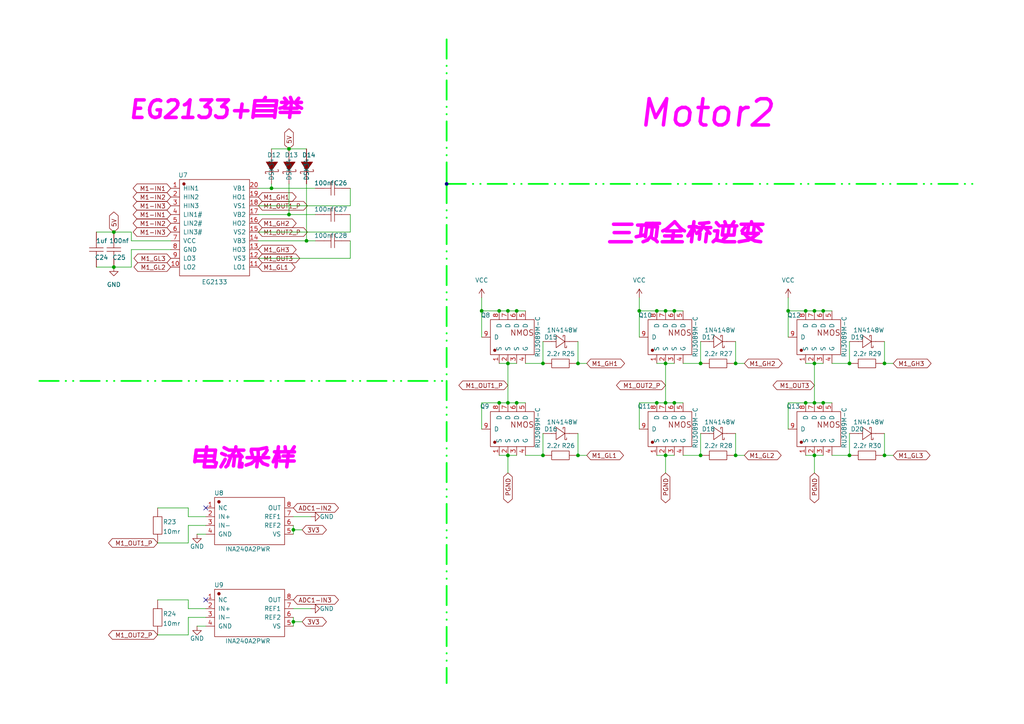
<source format=kicad_sch>
(kicad_sch (version 20250114) (generator "eeschema") (generator_version "9.0")
  (paper "A4")
  (title_block (title "Drive2") (date "2025-01-24") (rev "Dennis_Re_Yoonjiho"))
  (lib_symbols
    (symbol "Ts_Foc_Vo符号库:1N4148W" (pin_numbers (hide yes)) (pin_names (offset 1.016) (hide yes))
      (property "Reference" "D" (at -5.08 1.524 0))
      (property "Value" "1N4148W" (at 1.016 3.048 0))
      (symbol "1N4148W_1_1"
        (polyline (pts (xy -2.54 0) (xy -1.27 0)) (stroke (width 0.1524)))
        (polyline (pts (xy -1.27 -1.778) (xy 1.27 0) (xy -1.27 1.778) (xy -1.27 -1.778)) (stroke (width 0.1524)))
        (polyline (pts (xy 1.27 0) (xy 2.54 0)) (stroke (width 0.1524)))
        (polyline (pts (xy 1.778 -1.27) (xy 1.778 -1.778) (xy 1.27 -1.778) (xy 1.27 1.778) (xy 0.762 1.778) (xy 0.762 1.27)) (stroke (width 0.1524)))
        (pin input line (at -5.08 0 0) (length 2.54) (name "A") (number "1"))
        (pin input line (at 5.08 0 180) (length 2.54) (name "K") (number "2"))
      )
    )
    (symbol "Ts_Foc_Vo符号库:CAP" (pin_numbers (hide yes)) (pin_names (offset 1.016) (hide yes))
      (property "Reference" "C" (at -2.286 1.524 0))
      (property "Value" "Value" (at 3.81 1.524 0))
      (symbol "CAP_1_1"
        (polyline (pts (xy -0.508 0) (xy -2.54 0)) (stroke (width 0.1524)))
        (polyline (pts (xy -0.508 -2.032) (xy -0.508 2.032)) (stroke (width 0.1524)))
        (polyline (pts (xy 0.508 2.032) (xy 0.508 -2.032)) (stroke (width 0.1524)))
        (polyline (pts (xy 2.54 0) (xy 0.508 0)) (stroke (width 0.1524)))
        (pin input line (at -5.08 0 0) (length 2.54) (name "1") (number "1"))
        (pin input line (at 5.08 0 180) (length 2.54) (name "2") (number "2"))
      )
    )
    (symbol "Ts_Foc_Vo符号库:DSK34" (pin_numbers (hide yes)) (pin_names (offset 1.016) (hide yes))
      (property "Reference" "D" (at -4.064 1.778 0))
      (property "Value" "DSK34" (at 3.048 2.54 0))
      (symbol "DSK34_1_1"
        (polyline (pts (xy -2.032 1.524) (xy -2.032 1.778) (xy -1.524 1.778) (xy -1.524 -2.032) (xy -1.016 -2.032) (xy -1.016 -1.778)) (stroke (width 0.1524)))
        (polyline (pts (xy 1.27 1.524) (xy -1.27 0) (xy 1.27 -1.778) (xy 1.27 1.524)) (stroke (width 0.1524)) (fill (type outline)))
        (pin input line (at -5.08 0 0) (length 3.81) (name "K") (number "1"))
        (pin input line (at 5.08 0 180) (length 3.81) (name "A") (number "2"))
      )
    )
    (symbol "Ts_Foc_Vo符号库:EG2133" (pin_names (offset 1.016))
      (property "Reference" "U" (at -9.652 14.986 0))
      (property "Value" "EG2133" (at 1.524 15.494 0))
      (symbol "EG2133_1_1"
        (rectangle (start -10.16 13.97) (end 10.16 -13.97) (stroke (width 0.1524)))
        (circle (center -8.89 12.7) (radius 0.381) (stroke (width 0.1524)) (fill (type outline)))
        (pin input line (at -12.7 11.43 0) (length 2.54) (name "HIN1") (number "1"))
        (pin input line (at -12.7 8.89 0) (length 2.54) (name "HIN2") (number "2"))
        (pin input line (at -12.7 6.35 0) (length 2.54) (name "HIN3") (number "3"))
        (pin input line (at -12.7 3.81 0) (length 2.54) (name "LIN1#") (number "4"))
        (pin input line (at -12.7 1.27 0) (length 2.54) (name "LIN2#") (number "5"))
        (pin input line (at -12.7 -1.27 0) (length 2.54) (name "LIN3#") (number "6"))
        (pin input line (at -12.7 -3.81 0) (length 2.54) (name "VCC") (number "7"))
        (pin input line (at -12.7 -6.35 0) (length 2.54) (name "GND") (number "8"))
        (pin input line (at -12.7 -8.89 0) (length 2.54) (name "LO3") (number "9"))
        (pin input line (at -12.7 -11.43 0) (length 2.54) (name "LO2") (number "10"))
        (pin input line (at 12.7 11.43 180) (length 2.54) (name "VB1") (number "20"))
        (pin input line (at 12.7 8.89 180) (length 2.54) (name "HO1") (number "19"))
        (pin input line (at 12.7 6.35 180) (length 2.54) (name "VS1") (number "18"))
        (pin input line (at 12.7 3.81 180) (length 2.54) (name "VB2") (number "17"))
        (pin input line (at 12.7 1.27 180) (length 2.54) (name "HO2") (number "16"))
        (pin input line (at 12.7 -1.27 180) (length 2.54) (name "VS2") (number "15"))
        (pin input line (at 12.7 -3.81 180) (length 2.54) (name "VB3") (number "14"))
        (pin input line (at 12.7 -6.35 180) (length 2.54) (name "HO3") (number "13"))
        (pin input line (at 12.7 -8.89 180) (length 2.54) (name "VS3") (number "12"))
        (pin input line (at 12.7 -11.43 180) (length 2.54) (name "LO1") (number "11"))
      )
    )
    (symbol "Ts_Foc_Vo符号库:INA240A2PWR" (pin_names (offset 1.016))
      (property "Reference" "U" (at -9.906 8.128 0))
      (property "Value" "INA240A2PWR" (at 0.762 8.128 0))
      (symbol "INA240A2PWR_1_1"
        (rectangle (start -10.16 6.858) (end 10.16 -6.858) (stroke (width 0.1524)))
        (circle (center -8.89 5.588) (radius 0.381) (stroke (width 0.1524)) (fill (type outline)))
        (circle (center -8.89 5.588) (radius 0.381) (stroke (width 0.1524)) (fill (type outline)))
        (pin input line (at -12.7 3.81 0) (length 2.54) (name "NC") (number "1"))
        (pin input line (at -12.7 1.27 0) (length 2.54) (name "IN+") (number "2"))
        (pin input line (at -12.7 -1.27 0) (length 2.54) (name "IN-") (number "3"))
        (pin input line (at -12.7 -3.81 0) (length 2.54) (name "GND") (number "4"))
        (pin input line (at 12.7 3.81 180) (length 2.54) (name "OUT") (number "8"))
        (pin input line (at 12.7 1.27 180) (length 2.54) (name "REF1") (number "7"))
        (pin input line (at 12.7 -1.27 180) (length 2.54) (name "REF2") (number "6"))
        (pin input line (at 12.7 -3.81 180) (length 2.54) (name "VS") (number "5"))
      )
    )
    (symbol "Ts_Foc_Vo符号库:RES" (pin_numbers (hide yes)) (pin_names (offset 1.016) (hide yes))
      (property "Reference" "R" (at -2.286 2.032 0))
      (property "Value" "Value" (at 2.286 2.032 0))
      (symbol "RES_1_1"
        (rectangle (start -2.54 1.27) (end 2.54 -1.27) (stroke (width 0.1524)))
        (pin input line (at -5.08 0 0) (length 2.54) (name "1") (number "1"))
        (pin input line (at 5.08 0 180) (length 2.54) (name "2") (number "2"))
      )
    )
    (symbol "Ts_Foc_Vo符号库:RU3089M-C" (pin_names (offset 1.016))
      (property "Reference" "Q" (at -4.572 6.096 0))
      (property "Value" "RU3089M-C" (at 0.254 -8.89 0))
      (symbol "RU3089M-C_1_1"
        (rectangle (start -5.08 5.08) (end 5.08 -7.62) (stroke (width 0.1524)))
        (circle (center -3.81 3.81) (radius 0.381) (stroke (width 0.1524)) (fill (type outline)))
        (text "NMOS" (at 1.27 -7.62 900) (effects (font (size 1.6256 1.6256)) (justify left)))
        (pin input line (at -7.62 2.54 0) (length 2.54) (name "S") (number "1"))
        (pin input line (at -7.62 0 0) (length 2.54) (name "S") (number "2"))
        (pin input line (at -7.62 -2.54 0) (length 2.54) (name "S") (number "3"))
        (pin input line (at -7.62 -5.08 0) (length 2.54) (name "G") (number "4"))
        (pin input line (at 0 7.62 270) (length 2.54) (name "D") (number "9"))
        (pin input line (at 7.62 2.54 180) (length 2.54) (name "D") (number "8"))
        (pin input line (at 7.62 0 180) (length 2.54) (name "D") (number "7"))
        (pin input line (at 7.62 -2.54 180) (length 2.54) (name "D") (number "6"))
        (pin input line (at 7.62 -5.08 180) (length 2.54) (name "D") (number "5"))
      )
    )
    (symbol "power:GND" (power) (pin_numbers (hide yes)) (pin_names (offset 0) (hide yes))
      (property "Value" "GND" (at 0 -3.81 0))
      (symbol "GND_0_1"
        (polyline (pts (xy 0 0) (xy 0 -1.27) (xy 1.27 -1.27) (xy 0 -2.54) (xy -1.27 -1.27) (xy 0 -1.27)))
      )
      (symbol "GND_1_1"
        (pin power_in line (at 0 0 270) (length 0) (name "~") (number "1"))
      )
    )
    (symbol "power:VCC" (power) (pin_numbers (hide yes)) (pin_names (offset 0) (hide yes))
      (property "Value" "VCC" (at 0 3.556 0))
      (symbol "VCC_0_1"
        (polyline (pts (xy -0.762 1.27) (xy 0 2.54)))
        (polyline (pts (xy 0 2.54) (xy 0.762 1.27)))
        (polyline (pts (xy 0 0) (xy 0 2.54)))
      )
      (symbol "VCC_1_1"
        (pin power_in line (at 0 0 90) (length 0) (name "~") (number "1"))
      )
    )
  )
  (text "EG2133+自举" (exclude_from_sim yes) (at 62.738 32.004 0) (effects (font (size 5.08 5.08) (thickness 1.016) (bold yes) (italic yes))))
  (text "电流采样" (exclude_from_sim yes) (at 70.866 133.35 0) (effects (font (size 5.08 5.08) (thickness 1.016) (bold yes) (italic yes))))
  (text "三项全桥逆变" (exclude_from_sim yes) (at 198.882 68.072 0) (effects (font (size 5.08 5.08) (thickness 1.016) (bold yes) (italic yes))))
  (text "Motor2" (exclude_from_sim yes) (at 204.978 33.02 0) (effects (font (size 7.62 7.62) (thickness 1.016) (bold yes) (italic yes))))
  (junction (at 203.2 132.08))
  (junction (at 238.76 90.17))
  (junction (at 85.09 180.34))
  (junction (at 193.04 132.08))
  (junction (at 246.38 132.08))
  (junction (at 190.5 116.84))
  (junction (at 157.48 105.41))
  (junction (at 193.04 105.41))
  (junction (at 83.82 62.23))
  (junction (at 236.22 90.17))
  (junction (at 238.76 116.84))
  (junction (at 213.36 132.08))
  (junction (at 147.32 116.84))
  (junction (at 149.86 116.84))
  (junction (at 33.02 67.31))
  (junction (at 213.36 105.41))
  (junction (at 144.78 116.84))
  (junction (at 129.54 53.34))
  (junction (at 193.04 90.17))
  (junction (at 190.5 90.17))
  (junction (at 149.86 90.17))
  (junction (at 144.78 90.17))
  (junction (at 236.22 105.41))
  (junction (at 88.9 69.85))
  (junction (at 203.2 105.41))
  (junction (at 236.22 132.08))
  (junction (at 147.32 105.41))
  (junction (at 167.64 105.41))
  (junction (at 236.22 116.84))
  (junction (at 167.64 132.08))
  (junction (at 147.32 90.17))
  (junction (at 228.6 90.17))
  (junction (at 33.02 77.47))
  (junction (at 193.04 116.84))
  (junction (at 78.74 54.61))
  (junction (at 83.82 43.18))
  (junction (at 129.54 110.49) (diameter 0.127) (color 0 255 25 1))
  (junction (at 157.48 132.08))
  (junction (at 147.32 132.08))
  (junction (at 139.7 90.17))
  (junction (at 85.09 153.67))
  (junction (at 233.68 116.84))
  (junction (at 185.42 90.17))
  (junction (at 246.38 105.41))
  (junction (at 256.54 132.08))
  (junction (at 233.68 90.17))
  (junction (at 195.58 90.17))
  (junction (at 256.54 105.41))
  (junction (at 195.58 116.84))
  (no_connect (at 59.69 147.32))
  (no_connect (at 59.69 173.99))
  (wire (pts (xy 139.7 116.84) (xy 144.78 116.84)))
  (wire (pts (xy 59.69 176.53) (xy 54.61 176.53)))
  (bus (pts (xy 129.54 53.34) (xy 283.21 53.34)) (stroke (width 0.508) (type dash_dot_dot) (color 0 255 25 1)))
  (wire (pts (xy 241.3 132.08) (xy 246.38 132.08)))
  (wire (pts (xy 190.5 116.84) (xy 193.04 116.84)))
  (wire (pts (xy 144.78 116.84) (xy 147.32 116.84)))
  (wire (pts (xy 190.5 90.17) (xy 185.42 90.17)))
  (wire (pts (xy 144.78 132.08) (xy 147.32 132.08)))
  (wire (pts (xy 78.74 43.18) (xy 83.82 43.18)))
  (wire (pts (xy 139.7 90.17) (xy 139.7 97.79)))
  (bus (pts (xy 129.54 53.34) (xy 129.54 110.49)) (stroke (width 0.508) (type dash_dot_dot) (color 0 255 25 1)))
  (wire (pts (xy 45.72 157.48) (xy 54.61 157.48)))
  (wire (pts (xy 256.54 125.73) (xy 256.54 132.08)))
  (bus (pts (xy 129.54 110.49) (xy 129.54 198.12)) (stroke (width 0.508) (type dash_dot_dot) (color 0 255 25 1)))
  (wire (pts (xy 233.68 132.08) (xy 236.22 132.08)))
  (wire (pts (xy 139.7 124.46) (xy 139.7 116.84)))
  (wire (pts (xy 236.22 132.08) (xy 238.76 132.08)))
  (wire (pts (xy 57.15 154.94) (xy 59.69 154.94)))
  (wire (pts (xy 213.36 105.41) (xy 215.9 105.41)))
  (wire (pts (xy 49.53 72.39) (xy 38.1 72.39)))
  (wire (pts (xy 190.5 90.17) (xy 193.04 90.17)))
  (wire (pts (xy 185.42 124.46) (xy 185.42 116.84)))
  (wire (pts (xy 233.68 90.17) (xy 236.22 90.17)))
  (wire (pts (xy 87.63 153.67) (xy 85.09 153.67)))
  (wire (pts (xy 157.48 99.06) (xy 157.48 105.41)))
  (wire (pts (xy 147.32 116.84) (xy 149.86 116.84)))
  (wire (pts (xy 193.04 105.41) (xy 195.58 105.41)))
  (wire (pts (xy 27.94 67.31) (xy 33.02 67.31)))
  (wire (pts (xy 54.61 152.4) (xy 59.69 152.4)))
  (wire (pts (xy 101.6 54.61) (xy 101.6 59.69)))
  (wire (pts (xy 241.3 105.41) (xy 246.38 105.41)))
  (wire (pts (xy 246.38 99.06) (xy 246.38 105.41)))
  (wire (pts (xy 101.6 69.85) (xy 101.6 74.93)))
  (wire (pts (xy 213.36 99.06) (xy 213.36 105.41)))
  (wire (pts (xy 33.02 67.31) (xy 38.1 67.31)))
  (wire (pts (xy 167.64 99.06) (xy 167.64 105.41)))
  (wire (pts (xy 256.54 132.08) (xy 259.08 132.08)))
  (wire (pts (xy 185.42 116.84) (xy 190.5 116.84)))
  (wire (pts (xy 149.86 90.17) (xy 152.4 90.17)))
  (wire (pts (xy 78.74 53.34) (xy 78.74 54.61)))
  (wire (pts (xy 203.2 99.06) (xy 203.2 105.41)))
  (wire (pts (xy 88.9 53.34) (xy 88.9 69.85)))
  (wire (pts (xy 83.82 43.18) (xy 88.9 43.18)))
  (wire (pts (xy 193.04 132.08) (xy 195.58 132.08)))
  (wire (pts (xy 228.6 86.36) (xy 228.6 90.17)))
  (wire (pts (xy 236.22 90.17) (xy 238.76 90.17)))
  (wire (pts (xy 101.6 67.31) (xy 74.93 67.31)))
  (wire (pts (xy 54.61 157.48) (xy 54.61 152.4)))
  (wire (pts (xy 167.64 105.41) (xy 170.18 105.41)))
  (wire (pts (xy 228.6 90.17) (xy 228.6 97.79)))
  (wire (pts (xy 190.5 105.41) (xy 193.04 105.41)))
  (wire (pts (xy 185.42 90.17) (xy 185.42 97.79)))
  (wire (pts (xy 238.76 90.17) (xy 241.3 90.17)))
  (wire (pts (xy 144.78 90.17) (xy 147.32 90.17)))
  (wire (pts (xy 236.22 116.84) (xy 238.76 116.84)))
  (wire (pts (xy 85.09 180.34) (xy 85.09 181.61)))
  (wire (pts (xy 101.6 59.69) (xy 74.93 59.69)))
  (wire (pts (xy 147.32 90.17) (xy 149.86 90.17)))
  (wire (pts (xy 54.61 147.32) (xy 45.72 147.32)))
  (wire (pts (xy 193.04 90.17) (xy 195.58 90.17)))
  (wire (pts (xy 152.4 105.41) (xy 157.48 105.41)))
  (wire (pts (xy 57.15 181.61) (xy 59.69 181.61)))
  (wire (pts (xy 152.4 132.08) (xy 157.48 132.08)))
  (wire (pts (xy 54.61 173.99) (xy 45.72 173.99)))
  (wire (pts (xy 233.68 90.17) (xy 228.6 90.17)))
  (wire (pts (xy 203.2 125.73) (xy 203.2 132.08)))
  (wire (pts (xy 54.61 176.53) (xy 54.61 173.99)))
  (wire (pts (xy 54.61 179.07) (xy 59.69 179.07)))
  (wire (pts (xy 88.9 69.85) (xy 91.44 69.85)))
  (wire (pts (xy 167.64 132.08) (xy 170.18 132.08)))
  (wire (pts (xy 213.36 125.73) (xy 213.36 132.08)))
  (wire (pts (xy 157.48 125.73) (xy 157.48 132.08)))
  (wire (pts (xy 27.94 77.47) (xy 33.02 77.47)))
  (wire (pts (xy 74.93 54.61) (xy 78.74 54.61)))
  (wire (pts (xy 195.58 116.84) (xy 198.12 116.84)))
  (wire (pts (xy 78.74 54.61) (xy 91.44 54.61)))
  (wire (pts (xy 90.17 176.53) (xy 85.09 176.53)))
  (wire (pts (xy 233.68 116.84) (xy 236.22 116.84)))
  (wire (pts (xy 236.22 105.41) (xy 238.76 105.41)))
  (bus (pts (xy 129.54 11.43) (xy 129.54 53.34)) (stroke (width 0.508) (type dash_dot_dot) (color 0 255 25 1)))
  (wire (pts (xy 45.72 184.15) (xy 54.61 184.15)))
  (bus (pts (xy 11.43 110.49) (xy 129.54 110.49)) (stroke (width 0.508) (type dash_dot_dot) (color 0 255 25 1)))
  (wire (pts (xy 198.12 105.41) (xy 203.2 105.41)))
  (wire (pts (xy 38.1 77.47) (xy 33.02 77.47)))
  (wire (pts (xy 85.09 179.07) (xy 85.09 180.34)))
  (wire (pts (xy 59.69 149.86) (xy 54.61 149.86)))
  (wire (pts (xy 74.93 69.85) (xy 88.9 69.85)))
  (wire (pts (xy 85.09 152.4) (xy 85.09 153.67)))
  (wire (pts (xy 147.32 105.41) (xy 147.32 116.84)))
  (wire (pts (xy 246.38 125.73) (xy 246.38 132.08)))
  (wire (pts (xy 90.17 149.86) (xy 85.09 149.86)))
  (wire (pts (xy 38.1 72.39) (xy 38.1 77.47)))
  (wire (pts (xy 139.7 86.36) (xy 139.7 90.17)))
  (wire (pts (xy 238.76 116.84) (xy 241.3 116.84)))
  (wire (pts (xy 101.6 74.93) (xy 74.93 74.93)))
  (wire (pts (xy 144.78 90.17) (xy 139.7 90.17)))
  (wire (pts (xy 144.78 105.41) (xy 147.32 105.41)))
  (wire (pts (xy 195.58 90.17) (xy 198.12 90.17)))
  (wire (pts (xy 198.12 132.08) (xy 203.2 132.08)))
  (wire (pts (xy 38.1 67.31) (xy 38.1 69.85)))
  (wire (pts (xy 74.93 62.23) (xy 83.82 62.23)))
  (wire (pts (xy 147.32 137.16) (xy 147.32 132.08)))
  (wire (pts (xy 85.09 153.67) (xy 85.09 154.94)))
  (wire (pts (xy 193.04 105.41) (xy 193.04 116.84)))
  (wire (pts (xy 147.32 132.08) (xy 149.86 132.08)))
  (wire (pts (xy 167.64 125.73) (xy 167.64 132.08)))
  (wire (pts (xy 54.61 149.86) (xy 54.61 147.32)))
  (wire (pts (xy 256.54 105.41) (xy 259.08 105.41)))
  (wire (pts (xy 149.86 116.84) (xy 152.4 116.84)))
  (wire (pts (xy 147.32 105.41) (xy 149.86 105.41)))
  (wire (pts (xy 228.6 116.84) (xy 233.68 116.84)))
  (wire (pts (xy 190.5 132.08) (xy 193.04 132.08)))
  (wire (pts (xy 83.82 62.23) (xy 91.44 62.23)))
  (wire (pts (xy 233.68 105.41) (xy 236.22 105.41)))
  (wire (pts (xy 87.63 180.34) (xy 85.09 180.34)))
  (wire (pts (xy 83.82 53.34) (xy 83.82 62.23)))
  (wire (pts (xy 193.04 137.16) (xy 193.04 132.08)))
  (wire (pts (xy 236.22 105.41) (xy 236.22 116.84)))
  (wire (pts (xy 236.22 137.16) (xy 236.22 132.08)))
  (wire (pts (xy 213.36 132.08) (xy 215.9 132.08)))
  (wire (pts (xy 101.6 62.23) (xy 101.6 67.31)))
  (wire (pts (xy 38.1 69.85) (xy 49.53 69.85)))
  (wire (pts (xy 185.42 86.36) (xy 185.42 90.17)))
  (wire (pts (xy 193.04 116.84) (xy 195.58 116.84)))
  (wire (pts (xy 228.6 124.46) (xy 228.6 116.84)))
  (wire (pts (xy 54.61 184.15) (xy 54.61 179.07)))
  (wire (pts (xy 256.54 99.06) (xy 256.54 105.41)))
  (global_label "M1_GL1" (shape bidirectional) (at 74.93 77.47 0) (property "Intersheetrefs" "${INTERSHEET_REFS}" (effects (hide yes))))
  (global_label "M1-IN3" (shape bidirectional) (at 49.53 67.31 180) (property "Intersheetrefs" "${INTERSHEET_REFS}" (effects (hide yes))))
  (global_label "M1_OUT2_P" (shape bidirectional) (at 45.72 184.15 180) (property "Intersheetrefs" "${INTERSHEET_REFS}" (effects (hide yes))))
  (global_label "M1-IN2" (shape bidirectional) (at 49.53 64.77 180) (property "Intersheetrefs" "${INTERSHEET_REFS}" (effects (hide yes))))
  (global_label "ADC1-IN2" (shape bidirectional) (at 85.09 147.32 0) (property "Intersheetrefs" "${INTERSHEET_REFS}" (effects (hide yes))))
  (global_label "M1_GH3" (shape bidirectional) (at 259.08 105.41 0) (property "Intersheetrefs" "${INTERSHEET_REFS}" (effects (hide yes))))
  (global_label "M1_OUT2_P" (shape bidirectional) (at 74.93 67.31 0) (property "Intersheetrefs" "${INTERSHEET_REFS}" (effects (hide yes))))
  (global_label "M1-IN1" (shape bidirectional) (at 49.53 62.23 180) (property "Intersheetrefs" "${INTERSHEET_REFS}" (effects (hide yes))))
  (global_label "M1_GH2" (shape bidirectional) (at 74.93 64.77 0) (property "Intersheetrefs" "${INTERSHEET_REFS}" (effects (hide yes))))
  (global_label "3V3" (shape bidirectional) (at 87.63 180.34 0) (property "Intersheetrefs" "${INTERSHEET_REFS}" (effects (hide yes))))
  (global_label "PGND" (shape bidirectional) (at 147.32 137.16 270) (property "Intersheetrefs" "${INTERSHEET_REFS}" (effects (hide yes))))
  (global_label "PGND" (shape bidirectional) (at 236.22 137.16 270) (property "Intersheetrefs" "${INTERSHEET_REFS}" (effects (hide yes))))
  (global_label "ADC1-IN3" (shape bidirectional) (at 85.09 173.99 0) (property "Intersheetrefs" "${INTERSHEET_REFS}" (effects (hide yes))))
  (global_label "3V3" (shape bidirectional) (at 87.63 153.67 0) (property "Intersheetrefs" "${INTERSHEET_REFS}" (effects (hide yes))))
  (global_label "5V" (shape bidirectional) (at 33.02 67.31 90) (property "Intersheetrefs" "${INTERSHEET_REFS}" (effects (hide yes))))
  (global_label "M1_GL3" (shape bidirectional) (at 259.08 132.08 0) (property "Intersheetrefs" "${INTERSHEET_REFS}" (effects (hide yes))))
  (global_label "M1-IN1" (shape bidirectional) (at 49.53 54.61 180) (property "Intersheetrefs" "${INTERSHEET_REFS}" (effects (hide yes))))
  (global_label "M1_GL3" (shape bidirectional) (at 49.53 74.93 180) (property "Intersheetrefs" "${INTERSHEET_REFS}" (effects (hide yes))))
  (global_label "PGND" (shape bidirectional) (at 193.04 137.16 270) (property "Intersheetrefs" "${INTERSHEET_REFS}" (effects (hide yes))))
  (global_label "M1_OUT1_P" (shape bidirectional) (at 147.32 111.76 180) (property "Intersheetrefs" "${INTERSHEET_REFS}" (effects (hide yes))))
  (global_label "M1_OUT1_P" (shape bidirectional) (at 45.72 157.48 180) (property "Intersheetrefs" "${INTERSHEET_REFS}" (effects (hide yes))))
  (global_label "M1_OUT3" (shape bidirectional) (at 236.22 111.76 180) (property "Intersheetrefs" "${INTERSHEET_REFS}" (effects (hide yes))))
  (global_label "M1-IN3" (shape bidirectional) (at 49.53 59.69 180) (property "Intersheetrefs" "${INTERSHEET_REFS}" (effects (hide yes))))
  (global_label "M1_GL1" (shape bidirectional) (at 170.18 132.08 0) (property "Intersheetrefs" "${INTERSHEET_REFS}" (effects (hide yes))))
  (global_label "M1_OUT2_P" (shape bidirectional) (at 193.04 111.76 180) (property "Intersheetrefs" "${INTERSHEET_REFS}" (effects (hide yes))))
  (global_label "M1-IN2" (shape bidirectional) (at 49.53 57.15 180) (property "Intersheetrefs" "${INTERSHEET_REFS}" (effects (hide yes))))
  (global_label "M1_GH1" (shape bidirectional) (at 170.18 105.41 0) (property "Intersheetrefs" "${INTERSHEET_REFS}" (effects (hide yes))))
  (global_label "M1_OUT1_P" (shape bidirectional) (at 74.93 59.69 0) (property "Intersheetrefs" "${INTERSHEET_REFS}" (effects (hide yes))))
  (global_label "5V" (shape bidirectional) (at 83.82 43.18 90) (property "Intersheetrefs" "${INTERSHEET_REFS}" (effects (hide yes))))
  (global_label "M1_GL2" (shape bidirectional) (at 215.9 132.08 0) (property "Intersheetrefs" "${INTERSHEET_REFS}" (effects (hide yes))))
  (global_label "M1_OUT3" (shape bidirectional) (at 74.93 74.93 0) (property "Intersheetrefs" "${INTERSHEET_REFS}" (effects (hide yes))))
  (global_label "M1_GH2" (shape bidirectional) (at 215.9 105.41 0) (property "Intersheetrefs" "${INTERSHEET_REFS}" (effects (hide yes))))
  (global_label "M1_GL2" (shape bidirectional) (at 49.53 77.47 180) (property "Intersheetrefs" "${INTERSHEET_REFS}" (effects (hide yes))))
  (global_label "M1_GH3" (shape bidirectional) (at 74.93 72.39 0) (property "Intersheetrefs" "${INTERSHEET_REFS}" (effects (hide yes))))
  (global_label "M1_GH1" (shape bidirectional) (at 74.93 57.15 0) (property "Intersheetrefs" "${INTERSHEET_REFS}" (effects (hide yes))))
  (symbol (lib_id "Ts_Foc_Vo符号库:INA240A2PWR") (at 72.39 151.13 0) (unit 1)
    (property "Reference" "U8" (at 63.5 143.002 0))
    (property "Value" "INA240A2PWR" (at 71.882 159.258 0))
    (property "Footprint" "Ts_Foc_Vo封装库:INA240A2PWR_TSSOP-8" (effects (hide yes)))
    (property "Datasheet" "http://www.szlcsc.com/product/details_141236.html" (effects (hide yes)))
    (property "SuppliersPartNumber" "C129949" (effects (hide yes)))
    (property "uuid" "std:dbcaa12a6f174e2384008bee47427f39" (effects (hide yes)))
  )
  (symbol (lib_id "power:VCC") (at 228.6 86.36 0) (unit 1)
    (property "Reference" "#PWR033" (effects (hide yes)))
    (property "Value" "VCC" (at 228.6 81.28 0))
    (property "Description" "Power symbol creates a global label with name \"VCC\"" (effects (hide yes)))
  )
  (symbol (lib_id "Ts_Foc_Vo符号库:DSK34") (at 83.82 48.26 90) (unit 1)
    (property "Reference" "D13" (at 82.55 44.958 90) (effects (justify right)))
    (property "Value" "DSK34" (at 83.82 45.974 0) (effects (justify right)))
    (property "Footprint" "Ts_Foc_Vo封装库:DSK_34_SOD-123" (effects (hide yes)))
    (property "Datasheet" "http://www.szlcsc.com/product/details_42013.html" (effects (hide yes)))
    (property "SuppliersPartNumber" "C41029" (effects (hide yes)))
    (property "uuid" "std:903b54571892a6e30fa8884d00bf870c" (effects (hide yes)))
  )
  (symbol (lib_id "Ts_Foc_Vo符号库:RU3089M-C") (at 193.04 124.46 90) (unit 1)
    (property "Reference" "Q11" (at 184.912 117.856 90) (effects (justify right)))
    (property "Value" "RU3089M-C" (at 201.676 118.11 0) (effects (justify right)))
    (property "Footprint" "Ts_Foc_Vo封装库:RU3089M-C_PQFN-8" (effects (hide yes)))
    (property "Datasheet" "http://www.szlcsc.com/product/details_539374.html" (effects (hide yes)))
    (property "SuppliersPartNumber" "C521551" (effects (hide yes)))
    (property "uuid" "std:eaed6c6dee514a1b9b59ef9944d5e1b5" (effects (hide yes)))
  )
  (symbol (lib_id "Ts_Foc_Vo符号库:RU3089M-C") (at 193.04 97.79 90) (unit 1)
    (property "Reference" "Q10" (at 185.166 91.44 90) (effects (justify right)))
    (property "Value" "RU3089M-C" (at 201.676 91.694 0) (effects (justify right)))
    (property "Footprint" "Ts_Foc_Vo封装库:RU3089M-C_PQFN-8" (effects (hide yes)))
    (property "Datasheet" "http://www.szlcsc.com/product/details_539374.html" (effects (hide yes)))
    (property "SuppliersPartNumber" "C521551" (effects (hide yes)))
    (property "uuid" "std:eaed6c6dee514a1b9b59ef9944d5e1b5" (effects (hide yes)))
  )
  (symbol (lib_id "Ts_Foc_Vo符号库:EG2133") (at 62.23 66.04 0) (unit 1)
    (property "Reference" "U7" (at 53.086 50.8 0))
    (property "Value" "EG2133" (at 62.23 81.788 0))
    (property "Footprint" "Ts_Foc_Vo封装库:EG2133_TSSOP" (effects (hide yes)))
    (property "Datasheet" "http://www.szlcsc.com/product/details_210302.html" (effects (hide yes)))
    (property "SuppliersPartNumber" "C190343" (effects (hide yes)))
    (property "uuid" "std:82a7a7bdfd1b4a9494bc5f3b5bda1d75" (effects (hide yes)))
  )
  (symbol (lib_id "Ts_Foc_Vo符号库:CAP") (at 96.52 54.61 180) (unit 1)
    (property "Reference" "C26" (at 98.806 53.086 0))
    (property "Value" "100nf" (at 93.98 53.086 0))
    (property "Footprint" "Ts_Foc_Vo封装库:CAP_0402" (effects (hide yes)))
    (property "Datasheet" "http://www.szlcsc.com/product/details_602003.html" (effects (hide yes)))
    (property "SuppliersPartNumber" "C575438" (effects (hide yes)))
    (property "uuid" "std:0b682b3549a44c2f91624e74dc370f45" (effects (hide yes)))
  )
  (symbol (lib_id "Ts_Foc_Vo符号库:INA240A2PWR") (at 72.39 177.8 0) (unit 1)
    (property "Reference" "U9" (at 63.5 169.672 0))
    (property "Value" "INA240A2PWR" (at 71.882 185.928 0))
    (property "Footprint" "Ts_Foc_Vo封装库:INA240A2PWR_TSSOP-8" (effects (hide yes)))
    (property "Datasheet" "http://www.szlcsc.com/product/details_141236.html" (effects (hide yes)))
    (property "SuppliersPartNumber" "C129949" (effects (hide yes)))
    (property "uuid" "std:dbcaa12a6f174e2384008bee47427f39" (effects (hide yes)))
  )
  (symbol (lib_id "power:GND") (at 33.02 77.47 0) (unit 1)
    (property "Reference" "#PWR026" (effects (hide yes)))
    (property "Value" "GND" (at 33.02 82.55 0))
    (property "Description" "Power symbol creates a global label with name \"GND\" , ground" (effects (hide yes)))
  )
  (symbol (lib_id "Ts_Foc_Vo符号库:CAP") (at 33.02 72.39 90) (unit 1)
    (property "Reference" "C25" (at 34.544 74.676 90))
    (property "Value" "100nf" (at 34.544 69.85 90))
    (property "Footprint" "Ts_Foc_Vo封装库:CAP_0402" (effects (hide yes)))
    (property "Datasheet" "http://www.szlcsc.com/product/details_602003.html" (effects (hide yes)))
    (property "SuppliersPartNumber" "C575438" (effects (hide yes)))
    (property "uuid" "std:0b682b3549a44c2f91624e74dc370f45" (effects (hide yes)))
  )
  (symbol (lib_id "Ts_Foc_Vo符号库:RES") (at 251.46 132.08 0) (unit 1)
    (property "Reference" "R30" (at 253.746 129.286 0))
    (property "Value" "2.2r" (at 249.428 129.286 0))
    (property "Footprint" "Ts_Foc_Vo封装库:Res_0402" (effects (hide yes)))
    (property "SuppliersPartNumber" "C5200633" (effects (hide yes)))
    (property "uuid" "std:0c78b8f437b74d4badbc2695159e48f2" (effects (hide yes)))
  )
  (symbol (lib_id "Ts_Foc_Vo符号库:RU3089M-C") (at 236.22 124.46 90) (unit 1)
    (property "Reference" "Q13" (at 228.092 117.856 90) (effects (justify right)))
    (property "Value" "RU3089M-C" (at 244.856 118.11 0) (effects (justify right)))
    (property "Footprint" "Ts_Foc_Vo封装库:RU3089M-C_PQFN-8" (effects (hide yes)))
    (property "Datasheet" "http://www.szlcsc.com/product/details_539374.html" (effects (hide yes)))
    (property "SuppliersPartNumber" "C521551" (effects (hide yes)))
    (property "uuid" "std:eaed6c6dee514a1b9b59ef9944d5e1b5" (effects (hide yes)))
  )
  (symbol (lib_id "Ts_Foc_Vo符号库:RES") (at 208.28 105.41 0) (unit 1)
    (property "Reference" "R27" (at 210.566 102.616 0))
    (property "Value" "2.2r" (at 206.248 102.616 0))
    (property "Footprint" "Ts_Foc_Vo封装库:Res_0402" (effects (hide yes)))
    (property "SuppliersPartNumber" "C5200633" (effects (hide yes)))
    (property "uuid" "std:0c78b8f437b74d4badbc2695159e48f2" (effects (hide yes)))
  )
  (symbol (lib_id "Ts_Foc_Vo符号库:RU3089M-C") (at 147.32 124.46 90) (unit 1)
    (property "Reference" "Q9" (at 139.192 117.856 90) (effects (justify right)))
    (property "Value" "RU3089M-C" (at 155.956 118.11 0) (effects (justify right)))
    (property "Footprint" "Ts_Foc_Vo封装库:RU3089M-C_PQFN-8" (effects (hide yes)))
    (property "Datasheet" "http://www.szlcsc.com/product/details_539374.html" (effects (hide yes)))
    (property "SuppliersPartNumber" "C521551" (effects (hide yes)))
    (property "uuid" "std:eaed6c6dee514a1b9b59ef9944d5e1b5" (effects (hide yes)))
  )
  (symbol (lib_id "Ts_Foc_Vo符号库:1N4148W") (at 251.46 99.06 0) (unit 1)
    (property "Reference" "D19" (at 248.666 97.79 0))
    (property "Value" "1N4148W" (at 251.968 95.758 0))
    (property "Footprint" "Ts_Foc_Vo封装库:1N4148W_SOD-123" (effects (hide yes)))
    (property "SuppliersPartNumber" "C7420318" (effects (hide yes)))
    (property "uuid" "std:ec7a5fe3cdee49c4ba67c555fdedf9eb" (effects (hide yes)))
  )
  (symbol (lib_id "Ts_Foc_Vo符号库:1N4148W") (at 208.28 99.06 0) (unit 1)
    (property "Reference" "D17" (at 205.486 97.79 0))
    (property "Value" "1N4148W" (at 208.788 95.758 0))
    (property "Footprint" "Ts_Foc_Vo封装库:1N4148W_SOD-123" (effects (hide yes)))
    (property "SuppliersPartNumber" "C7420318" (effects (hide yes)))
    (property "uuid" "std:ec7a5fe3cdee49c4ba67c555fdedf9eb" (effects (hide yes)))
  )
  (symbol (lib_id "Ts_Foc_Vo符号库:CAP") (at 96.52 62.23 180) (unit 1)
    (property "Reference" "C27" (at 98.806 60.706 0))
    (property "Value" "100nf" (at 93.98 60.706 0))
    (property "Footprint" "Ts_Foc_Vo封装库:CAP_0402" (effects (hide yes)))
    (property "Datasheet" "http://www.szlcsc.com/product/details_602003.html" (effects (hide yes)))
    (property "SuppliersPartNumber" "C575438" (effects (hide yes)))
    (property "uuid" "std:0b682b3549a44c2f91624e74dc370f45" (effects (hide yes)))
  )
  (symbol (lib_id "Ts_Foc_Vo符号库:1N4148W") (at 251.46 125.73 0) (unit 1)
    (property "Reference" "D20" (at 248.666 124.46 0))
    (property "Value" "1N4148W" (at 251.968 122.428 0))
    (property "Footprint" "Ts_Foc_Vo封装库:1N4148W_SOD-123" (effects (hide yes)))
    (property "SuppliersPartNumber" "C7420318" (effects (hide yes)))
    (property "uuid" "std:ec7a5fe3cdee49c4ba67c555fdedf9eb" (effects (hide yes)))
  )
  (symbol (lib_id "Ts_Foc_Vo符号库:RES") (at 251.46 105.41 0) (unit 1)
    (property "Reference" "R29" (at 253.746 102.616 0))
    (property "Value" "2.2r" (at 249.428 102.616 0))
    (property "Footprint" "Ts_Foc_Vo封装库:Res_0402" (effects (hide yes)))
    (property "SuppliersPartNumber" "C5200633" (effects (hide yes)))
    (property "uuid" "std:0c78b8f437b74d4badbc2695159e48f2" (effects (hide yes)))
  )
  (symbol (lib_id "power:GND") (at 90.17 176.53 90) (unit 1)
    (property "Reference" "#PWR030" (effects (hide yes)))
    (property "Value" "GND" (at 92.71 176.53 90) (effects (justify right)))
    (property "Description" "Power symbol creates a global label with name \"GND\" , ground" (effects (hide yes)))
  )
  (symbol (lib_id "Ts_Foc_Vo符号库:RES") (at 45.72 179.07 90) (unit 1)
    (property "Reference" "R24" (at 47.244 178.054 90) (effects (justify right)))
    (property "Value" "10mr" (at 47.244 180.848 90) (effects (justify right)))
    (property "Footprint" "Ts_Foc_Vo封装库:Res_1206" (effects (hide yes)))
    (property "SuppliersPartNumber" "C5200633" (effects (hide yes)))
    (property "uuid" "std:0c78b8f437b74d4badbc2695159e48f2" (effects (hide yes)))
  )
  (symbol (lib_id "Ts_Foc_Vo符号库:RES") (at 162.56 132.08 0) (unit 1)
    (property "Reference" "R26" (at 164.846 129.286 0))
    (property "Value" "2.2r" (at 160.528 129.286 0))
    (property "Footprint" "Ts_Foc_Vo封装库:Res_0402" (effects (hide yes)))
    (property "SuppliersPartNumber" "C5200633" (effects (hide yes)))
    (property "uuid" "std:0c78b8f437b74d4badbc2695159e48f2" (effects (hide yes)))
  )
  (symbol (lib_id "Ts_Foc_Vo符号库:CAP") (at 96.52 69.85 180) (unit 1)
    (property "Reference" "C28" (at 98.806 68.326 0))
    (property "Value" "100nf" (at 93.98 68.326 0))
    (property "Footprint" "Ts_Foc_Vo封装库:CAP_0402" (effects (hide yes)))
    (property "Datasheet" "http://www.szlcsc.com/product/details_602003.html" (effects (hide yes)))
    (property "SuppliersPartNumber" "C575438" (effects (hide yes)))
    (property "uuid" "std:0b682b3549a44c2f91624e74dc370f45" (effects (hide yes)))
  )
  (symbol (lib_id "Ts_Foc_Vo符号库:RES") (at 208.28 132.08 0) (unit 1)
    (property "Reference" "R28" (at 210.566 129.286 0))
    (property "Value" "2.2r" (at 206.248 129.286 0))
    (property "Footprint" "Ts_Foc_Vo封装库:Res_0402" (effects (hide yes)))
    (property "SuppliersPartNumber" "C5200633" (effects (hide yes)))
    (property "uuid" "std:0c78b8f437b74d4badbc2695159e48f2" (effects (hide yes)))
  )
  (symbol (lib_id "Ts_Foc_Vo符号库:RES") (at 162.56 105.41 0) (unit 1)
    (property "Reference" "R25" (at 164.846 102.616 0))
    (property "Value" "2.2r" (at 160.528 102.616 0))
    (property "Footprint" "Ts_Foc_Vo封装库:Res_0402" (effects (hide yes)))
    (property "SuppliersPartNumber" "C5200633" (effects (hide yes)))
    (property "uuid" "std:0c78b8f437b74d4badbc2695159e48f2" (effects (hide yes)))
  )
  (symbol (lib_id "power:VCC") (at 185.42 86.36 0) (unit 1)
    (property "Reference" "#PWR032" (effects (hide yes)))
    (property "Value" "VCC" (at 185.42 81.28 0))
    (property "Description" "Power symbol creates a global label with name \"VCC\"" (effects (hide yes)))
  )
  (symbol (lib_id "power:VCC") (at 139.7 86.36 0) (unit 1)
    (property "Reference" "#PWR031" (effects (hide yes)))
    (property "Value" "VCC" (at 139.7 81.28 0))
    (property "Description" "Power symbol creates a global label with name \"VCC\"" (effects (hide yes)))
  )
  (symbol (lib_id "Ts_Foc_Vo符号库:1N4148W") (at 162.56 99.06 0) (unit 1)
    (property "Reference" "D15" (at 159.766 97.79 0))
    (property "Value" "1N4148W" (at 163.068 95.758 0))
    (property "Footprint" "Ts_Foc_Vo封装库:1N4148W_SOD-123" (effects (hide yes)))
    (property "SuppliersPartNumber" "C7420318" (effects (hide yes)))
    (property "uuid" "std:ec7a5fe3cdee49c4ba67c555fdedf9eb" (effects (hide yes)))
  )
  (symbol (lib_id "Ts_Foc_Vo符号库:1N4148W") (at 208.28 125.73 0) (unit 1)
    (property "Reference" "D18" (at 205.486 124.46 0))
    (property "Value" "1N4148W" (at 208.788 122.428 0))
    (property "Footprint" "Ts_Foc_Vo封装库:1N4148W_SOD-123" (effects (hide yes)))
    (property "SuppliersPartNumber" "C7420318" (effects (hide yes)))
    (property "uuid" "std:ec7a5fe3cdee49c4ba67c555fdedf9eb" (effects (hide yes)))
  )
  (symbol (lib_id "Ts_Foc_Vo符号库:DSK34") (at 78.74 48.26 90) (unit 1)
    (property "Reference" "D12" (at 77.47 44.958 90) (effects (justify right)))
    (property "Value" "DSK34" (at 78.74 45.974 0) (effects (justify right)))
    (property "Footprint" "Ts_Foc_Vo封装库:DSK_34_SOD-123" (effects (hide yes)))
    (property "Datasheet" "http://www.szlcsc.com/product/details_42013.html" (effects (hide yes)))
    (property "SuppliersPartNumber" "C41029" (effects (hide yes)))
    (property "uuid" "std:903b54571892a6e30fa8884d00bf870c" (effects (hide yes)))
  )
  (symbol (lib_id "power:GND") (at 57.15 181.61 0) (unit 1)
    (property "Reference" "#PWR028" (effects (hide yes)))
    (property "Value" "GND" (at 57.15 185.166 0))
    (property "Description" "Power symbol creates a global label with name \"GND\" , ground" (effects (hide yes)))
  )
  (symbol (lib_id "power:GND") (at 90.17 149.86 90) (unit 1)
    (property "Reference" "#PWR029" (effects (hide yes)))
    (property "Value" "GND" (at 92.71 149.86 90) (effects (justify right)))
    (property "Description" "Power symbol creates a global label with name \"GND\" , ground" (effects (hide yes)))
  )
  (symbol (lib_id "Ts_Foc_Vo符号库:CAP") (at 27.94 72.39 90) (unit 1)
    (property "Reference" "C24" (at 29.464 74.676 90))
    (property "Value" "1uf" (at 29.464 69.85 90))
    (property "Footprint" "Ts_Foc_Vo封装库:CAP_0402" (effects (hide yes)))
    (property "Datasheet" "http://www.szlcsc.com/product/details_602003.html" (effects (hide yes)))
    (property "SuppliersPartNumber" "C575438" (effects (hide yes)))
    (property "uuid" "std:0b682b3549a44c2f91624e74dc370f45" (effects (hide yes)))
  )
  (symbol (lib_id "Ts_Foc_Vo符号库:1N4148W") (at 162.56 125.73 0) (unit 1)
    (property "Reference" "D16" (at 159.766 124.46 0))
    (property "Value" "1N4148W" (at 163.068 122.428 0))
    (property "Footprint" "Ts_Foc_Vo封装库:1N4148W_SOD-123" (effects (hide yes)))
    (property "SuppliersPartNumber" "C7420318" (effects (hide yes)))
    (property "uuid" "std:ec7a5fe3cdee49c4ba67c555fdedf9eb" (effects (hide yes)))
  )
  (symbol (lib_id "Ts_Foc_Vo符号库:RES") (at 45.72 152.4 90) (unit 1)
    (property "Reference" "R23" (at 47.244 151.384 90) (effects (justify right)))
    (property "Value" "10mr" (at 47.244 154.178 90) (effects (justify right)))
    (property "Footprint" "Ts_Foc_Vo封装库:Res_1206" (effects (hide yes)))
    (property "SuppliersPartNumber" "C5200633" (effects (hide yes)))
    (property "uuid" "std:0c78b8f437b74d4badbc2695159e48f2" (effects (hide yes)))
  )
  (symbol (lib_id "Ts_Foc_Vo符号库:DSK34") (at 88.9 48.26 90) (unit 1)
    (property "Reference" "D14" (at 87.63 44.958 90) (effects (justify right)))
    (property "Value" "DSK34" (at 88.9 45.974 0) (effects (justify right)))
    (property "Footprint" "Ts_Foc_Vo封装库:DSK_34_SOD-123" (effects (hide yes)))
    (property "Datasheet" "http://www.szlcsc.com/product/details_42013.html" (effects (hide yes)))
    (property "SuppliersPartNumber" "C41029" (effects (hide yes)))
    (property "uuid" "std:903b54571892a6e30fa8884d00bf870c" (effects (hide yes)))
  )
  (symbol (lib_id "power:GND") (at 57.15 154.94 0) (unit 1)
    (property "Reference" "#PWR027" (effects (hide yes)))
    (property "Value" "GND" (at 57.15 158.496 0))
    (property "Description" "Power symbol creates a global label with name \"GND\" , ground" (effects (hide yes)))
  )
  (symbol (lib_id "Ts_Foc_Vo符号库:RU3089M-C") (at 147.32 97.79 90) (unit 1)
    (property "Reference" "Q8" (at 139.446 91.44 90) (effects (justify right)))
    (property "Value" "RU3089M-C" (at 155.956 91.694 0) (effects (justify right)))
    (property "Footprint" "Ts_Foc_Vo封装库:RU3089M-C_PQFN-8" (effects (hide yes)))
    (property "Datasheet" "http://www.szlcsc.com/product/details_539374.html" (effects (hide yes)))
    (property "SuppliersPartNumber" "C521551" (effects (hide yes)))
    (property "uuid" "std:eaed6c6dee514a1b9b59ef9944d5e1b5" (effects (hide yes)))
  )
  (symbol (lib_id "Ts_Foc_Vo符号库:RU3089M-C") (at 236.22 97.79 90) (unit 1)
    (property "Reference" "Q12" (at 228.346 91.44 90) (effects (justify right)))
    (property "Value" "RU3089M-C" (at 244.856 91.694 0) (effects (justify right)))
    (property "Footprint" "Ts_Foc_Vo封装库:RU3089M-C_PQFN-8" (effects (hide yes)))
    (property "Datasheet" "http://www.szlcsc.com/product/details_539374.html" (effects (hide yes)))
    (property "SuppliersPartNumber" "C521551" (effects (hide yes)))
    (property "uuid" "std:eaed6c6dee514a1b9b59ef9944d5e1b5" (effects (hide yes)))
  )
)
</source>
